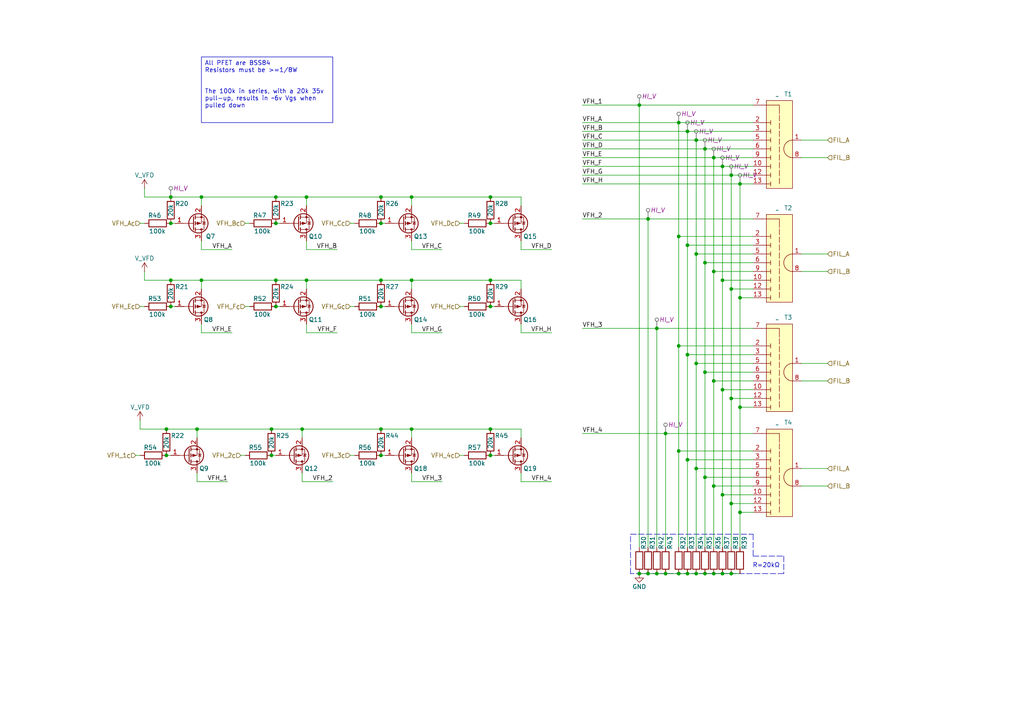
<source format=kicad_sch>
(kicad_sch (version 20250114) (generator "eeschema") (generator_version "9.0")
  (paper "A4")
  (title_block (title "IV-8 4x Driver") (date "2025-03-06") (rev "A1") (comment 1 "Jamal B."))
  (lib_symbols
    (symbol "Device:R" (pin_numbers (hide yes)) (pin_names (offset 0))
      (property "Reference" "R" (at 2.032 0 90))
      (property "Value" "R" (at 0 0 90))
      (symbol "R_0_1"
        (rectangle (start -1.016 -2.54) (end 1.016 2.54) (stroke (width 0.254)))
      )
      (symbol "R_1_1"
        (pin passive line (at 0 3.81 270) (length 1.27) (name "~") (number "1"))
        (pin passive line (at 0 -3.81 90) (length 1.27) (name "~") (number "2"))
      )
    )
    (symbol "ProjectSym:IV-8"
      (property "Reference" "T?" (at 3.556 15.24 0))
      (symbol "IV-8_1_1"
        (polyline (pts (xy -5.08 12.7) (xy 0 12.7) (xy 0 10.16)))
        (polyline (pts (xy -5.08 7.62) (xy -5.08 7.62)))
        (polyline (pts (xy -5.08 7.62) (xy -2.54 7.62)))
        (polyline (pts (xy -5.08 5.08) (xy -2.54 5.08)))
        (polyline (pts (xy -5.08 2.54) (xy -2.54 2.54)))
        (polyline (pts (xy -5.08 0) (xy -2.54 0)))
        (polyline (pts (xy -5.08 -2.54) (xy -2.54 -2.54)))
        (polyline (pts (xy -5.08 -5.08) (xy -2.54 -5.08)))
        (polyline (pts (xy -5.08 -7.62) (xy -2.54 -7.62)))
        (polyline (pts (xy -5.08 -10.16) (xy -2.54 -10.16)))
        (rectangle (start -3.81 13.97) (end 3.81 -11.43) (fill (type background)))
        (polyline (pts (xy -2.54 8.255) (xy -2.54 6.985)))
        (polyline (pts (xy -2.54 7.62) (xy -2.54 7.62)))
        (polyline (pts (xy -2.54 5.715) (xy -2.54 4.445)))
        (polyline (pts (xy -2.54 5.08) (xy -2.54 5.08)))
        (polyline (pts (xy -2.54 3.175) (xy -2.54 1.905)))
        (polyline (pts (xy -2.54 2.54) (xy -2.54 2.54)))
        (polyline (pts (xy -2.54 0.635) (xy -2.54 -0.635)))
        (polyline (pts (xy -2.54 0) (xy -2.54 0)))
        (polyline (pts (xy -2.54 -1.905) (xy -2.54 -3.175)))
        (polyline (pts (xy -2.54 -2.54) (xy -2.54 -2.54)))
        (polyline (pts (xy -2.54 -4.445) (xy -2.54 -5.715)))
        (polyline (pts (xy -2.54 -5.08) (xy -2.54 -5.08)))
        (polyline (pts (xy -2.54 -6.985) (xy -2.54 -8.255)))
        (polyline (pts (xy -2.54 -7.62) (xy -2.54 -7.62)))
        (polyline (pts (xy -2.54 -9.525) (xy -2.54 -10.795)))
        (polyline (pts (xy -2.54 -10.16) (xy -2.54 -10.16)))
        (polyline (pts (xy 0 -10.16) (xy 0 10.16)) (stroke (width 0) (type dash)))
        (arc (start 3.81 -2.54) (mid 1.27 0) (end 3.81 2.54))
        (pin input line (at -7.62 12.7 0) (length 2.54) (name "") (number "7"))
        (pin input line (at -7.62 7.62 0) (length 2.54) (name "") (number "2"))
        (pin input line (at -7.62 5.08 0) (length 2.54) (name "") (number "3"))
        (pin input line (at -7.62 2.54 0) (length 2.54) (name "") (number "5"))
        (pin input line (at -7.62 0 0) (length 2.54) (name "") (number "6"))
        (pin input line (at -7.62 -2.54 0) (length 2.54) (name "") (number "9"))
        (pin input line (at -7.62 -5.08 0) (length 2.54) (name "") (number "10"))
        (pin input line (at -7.62 -7.62 0) (length 2.54) (name "") (number "12"))
        (pin input line (at -7.62 -10.16 0) (length 2.54) (name "") (number "13"))
        (pin input line (at 6.35 2.54 180) (length 2.54) (name "") (number "1"))
        (pin input line (at 6.35 -2.54 180) (length 2.54) (name "") (number "8"))
      )
    )
    (symbol "Transistor_FET:BSS84" (pin_names (hide yes))
      (property "Reference" "Q" (at 5.08 1.905 0))
      (property "Value" "BSS84" (at 5.08 0 0))
      (symbol "BSS84_0_1"
        (polyline (pts (xy 0.254 1.905) (xy 0.254 -1.905)) (stroke (width 0.254)))
        (polyline (pts (xy 0.254 0) (xy -2.54 0)))
        (polyline (pts (xy 0.762 2.286) (xy 0.762 1.27)) (stroke (width 0.254)))
        (polyline (pts (xy 0.762 1.778) (xy 3.302 1.778) (xy 3.302 -1.778) (xy 0.762 -1.778)))
        (polyline (pts (xy 0.762 0.508) (xy 0.762 -0.508)) (stroke (width 0.254)))
        (polyline (pts (xy 0.762 -1.27) (xy 0.762 -2.286)) (stroke (width 0.254)))
        (circle (center 1.651 0) (radius 2.794) (stroke (width 0.254)))
        (polyline (pts (xy 2.286 0) (xy 1.27 0.381) (xy 1.27 -0.381) (xy 2.286 0)) (fill (type outline)))
        (polyline (pts (xy 2.54 2.54) (xy 2.54 1.778)))
        (circle (center 2.54 1.778) (radius 0.254) (fill (type outline)))
        (circle (center 2.54 -1.778) (radius 0.254) (fill (type outline)))
        (polyline (pts (xy 2.54 -2.54) (xy 2.54 0) (xy 0.762 0)))
        (polyline (pts (xy 2.794 -0.508) (xy 2.921 -0.381) (xy 3.683 -0.381) (xy 3.81 -0.254)))
        (polyline (pts (xy 3.302 -0.381) (xy 2.921 0.254) (xy 3.683 0.254) (xy 3.302 -0.381)))
      )
      (symbol "BSS84_1_1"
        (pin input line (at -5.08 0 0) (length 2.54) (name "G") (number "1"))
        (pin passive line (at 2.54 5.08 270) (length 2.54) (name "D") (number "3"))
        (pin passive line (at 2.54 -5.08 90) (length 2.54) (name "S") (number "2"))
      )
    )
    (symbol "power:GND" (power) (pin_numbers (hide yes)) (pin_names (offset 0) (hide yes))
      (property "Value" "GND" (at 0 -3.81 0))
      (symbol "GND_0_1"
        (polyline (pts (xy 0 0) (xy 0 -1.27) (xy 1.27 -1.27) (xy 0 -2.54) (xy -1.27 -1.27) (xy 0 -1.27)))
      )
      (symbol "GND_1_1"
        (pin power_in line (at 0 0 270) (length 0) (name "~") (number "1"))
      )
    )
    (symbol "power:VPP" (power) (pin_numbers (hide yes)) (pin_names (offset 0) (hide yes))
      (property "Value" "VPP" (at 0 3.556 0))
      (symbol "VPP_0_1"
        (polyline (pts (xy -0.762 1.27) (xy 0 2.54)))
        (polyline (pts (xy 0 2.54) (xy 0.762 1.27)))
        (polyline (pts (xy 0 0) (xy 0 2.54)))
      )
      (symbol "VPP_1_1"
        (pin power_in line (at 0 0 90) (length 0) (name "~") (number "1"))
      )
    )
  )
  (text "R=20kΩ" (at 222.25 164.084 0) (effects (font (size 1.27 1.27))))
  (text_box "All PFET are BSS84\nResistors must be >=1/8W\n\n\nThe 100k in series, with a 20k 35v pull-up, results in ~6v Vgs when pulled down" (at 58.42 16.51 0) (size 38.1 19.05) (margins 0.9525 0.9525 0.9525 0.9525) (effects (font (size 1.27 1.27)) (justify left top)))
  (junction (at 212.09 50.8))
  (junction (at 209.55 48.26))
  (junction (at 119.38 124.46))
  (junction (at 209.55 166.37))
  (junction (at 49.53 57.15))
  (junction (at 110.49 81.28))
  (junction (at 57.15 124.46))
  (junction (at 196.85 68.58))
  (junction (at 80.01 57.15))
  (junction (at 142.24 57.15))
  (junction (at 207.01 166.37))
  (junction (at 110.49 88.9))
  (junction (at 185.42 166.37))
  (junction (at 48.26 132.08))
  (junction (at 201.93 73.66))
  (junction (at 49.53 64.77))
  (junction (at 199.39 166.37))
  (junction (at 142.24 132.08))
  (junction (at 209.55 143.51))
  (junction (at 87.63 124.46))
  (junction (at 187.96 166.37))
  (junction (at 110.49 57.15))
  (junction (at 187.96 63.5))
  (junction (at 204.47 166.37))
  (junction (at 142.24 124.46))
  (junction (at 207.01 110.49))
  (junction (at 196.85 100.33))
  (junction (at 48.26 124.46))
  (junction (at 214.63 53.34))
  (junction (at 212.09 83.82))
  (junction (at 212.09 115.57))
  (junction (at 142.24 88.9))
  (junction (at 49.53 88.9))
  (junction (at 80.01 81.28))
  (junction (at 196.85 166.37))
  (junction (at 119.38 81.28))
  (junction (at 88.9 57.15))
  (junction (at 209.55 113.03))
  (junction (at 58.42 57.15))
  (junction (at 142.24 64.77))
  (junction (at 88.9 81.28))
  (junction (at 193.04 166.37))
  (junction (at 80.01 64.77))
  (junction (at 142.24 81.28))
  (junction (at 204.47 76.2))
  (junction (at 201.93 40.64))
  (junction (at 201.93 166.37))
  (junction (at 190.5 95.25))
  (junction (at 214.63 148.59))
  (junction (at 214.63 86.36))
  (junction (at 199.39 102.87))
  (junction (at 193.04 125.73))
  (junction (at 204.47 107.95))
  (junction (at 204.47 138.43))
  (junction (at 199.39 38.1))
  (junction (at 196.85 35.56))
  (junction (at 78.74 132.08))
  (junction (at 110.49 124.46))
  (junction (at 80.01 88.9))
  (junction (at 207.01 45.72))
  (junction (at 212.09 166.37))
  (junction (at 78.74 124.46))
  (junction (at 199.39 71.12))
  (junction (at 58.42 81.28))
  (junction (at 196.85 130.81))
  (junction (at 190.5 166.37))
  (junction (at 185.42 30.48))
  (junction (at 214.63 118.11))
  (junction (at 110.49 132.08))
  (junction (at 199.39 133.35))
  (junction (at 209.55 81.28))
  (junction (at 207.01 78.74))
  (junction (at 201.93 135.89))
  (junction (at 204.47 43.18))
  (junction (at 212.09 146.05))
  (junction (at 119.38 57.15))
  (junction (at 49.53 81.28))
  (junction (at 110.49 64.77))
  (junction (at 201.93 105.41))
  (junction (at 207.01 140.97))
  (wire (pts (xy 168.91 50.8) (xy 212.09 50.8)))
  (wire (pts (xy 209.55 113.03) (xy 218.44 113.03)))
  (wire (pts (xy 207.01 78.74) (xy 207.01 110.49)))
  (wire (pts (xy 41.91 54.61) (xy 41.91 57.15)))
  (polyline (pts (xy 182.88 166.37) (xy 182.88 154.94)) (stroke (width 0) (type dash)))
  (wire (pts (xy 212.09 115.57) (xy 212.09 146.05)))
  (wire (pts (xy 232.41 140.97) (xy 240.03 140.97)))
  (wire (pts (xy 142.24 88.9) (xy 143.51 88.9)))
  (wire (pts (xy 207.01 110.49) (xy 218.44 110.49)))
  (wire (pts (xy 58.42 57.15) (xy 80.01 57.15)))
  (wire (pts (xy 214.63 118.11) (xy 218.44 118.11)))
  (wire (pts (xy 214.63 86.36) (xy 218.44 86.36)))
  (wire (pts (xy 96.52 139.7) (xy 87.63 139.7)))
  (wire (pts (xy 119.38 124.46) (xy 119.38 127)))
  (wire (pts (xy 88.9 81.28) (xy 110.49 81.28)))
  (wire (pts (xy 142.24 124.46) (xy 151.13 124.46)))
  (wire (pts (xy 49.53 57.15) (xy 58.42 57.15)))
  (wire (pts (xy 151.13 96.52) (xy 151.13 93.98)))
  (wire (pts (xy 128.27 72.39) (xy 119.38 72.39)))
  (wire (pts (xy 48.26 124.46) (xy 57.15 124.46)))
  (wire (pts (xy 71.12 88.9) (xy 72.39 88.9)))
  (wire (pts (xy 80.01 57.15) (xy 88.9 57.15)))
  (wire (pts (xy 58.42 96.52) (xy 58.42 93.98)))
  (wire (pts (xy 168.91 40.64) (xy 201.93 40.64)))
  (wire (pts (xy 151.13 57.15) (xy 151.13 59.69)))
  (wire (pts (xy 207.01 110.49) (xy 207.01 140.97)))
  (wire (pts (xy 199.39 71.12) (xy 199.39 102.87)))
  (wire (pts (xy 209.55 143.51) (xy 209.55 158.75)))
  (wire (pts (xy 190.5 95.25) (xy 218.44 95.25)))
  (wire (pts (xy 190.5 166.37) (xy 193.04 166.37)))
  (wire (pts (xy 71.12 132.08) (xy 69.85 132.08)))
  (wire (pts (xy 143.51 132.08) (xy 142.24 132.08)))
  (polyline (pts (xy 227.33 161.29) (xy 227.33 166.37)) (stroke (width 0) (type dash)))
  (wire (pts (xy 58.42 81.28) (xy 58.42 83.82)))
  (wire (pts (xy 196.85 130.81) (xy 196.85 158.75)))
  (wire (pts (xy 214.63 148.59) (xy 218.44 148.59)))
  (wire (pts (xy 214.63 53.34) (xy 214.63 86.36)))
  (wire (pts (xy 212.09 50.8) (xy 218.44 50.8)))
  (wire (pts (xy 204.47 166.37) (xy 207.01 166.37)))
  (wire (pts (xy 119.38 81.28) (xy 142.24 81.28)))
  (wire (pts (xy 185.42 30.48) (xy 185.42 158.75)))
  (wire (pts (xy 196.85 130.81) (xy 218.44 130.81)))
  (wire (pts (xy 41.91 57.15) (xy 49.53 57.15)))
  (wire (pts (xy 232.41 45.72) (xy 240.03 45.72)))
  (wire (pts (xy 201.93 40.64) (xy 201.93 73.66)))
  (wire (pts (xy 110.49 57.15) (xy 119.38 57.15)))
  (wire (pts (xy 196.85 100.33) (xy 196.85 130.81)))
  (wire (pts (xy 80.01 81.28) (xy 88.9 81.28)))
  (wire (pts (xy 168.91 35.56) (xy 196.85 35.56)))
  (wire (pts (xy 214.63 86.36) (xy 214.63 118.11)))
  (wire (pts (xy 58.42 57.15) (xy 58.42 59.69)))
  (wire (pts (xy 204.47 107.95) (xy 218.44 107.95)))
  (wire (pts (xy 119.38 57.15) (xy 142.24 57.15)))
  (wire (pts (xy 232.41 105.41) (xy 240.03 105.41)))
  (wire (pts (xy 142.24 64.77) (xy 143.51 64.77)))
  (wire (pts (xy 214.63 53.34) (xy 218.44 53.34)))
  (wire (pts (xy 49.53 88.9) (xy 50.8 88.9)))
  (wire (pts (xy 110.49 124.46) (xy 119.38 124.46)))
  (wire (pts (xy 160.02 139.7) (xy 151.13 139.7)))
  (wire (pts (xy 128.27 139.7) (xy 119.38 139.7)))
  (wire (pts (xy 101.6 88.9) (xy 102.87 88.9)))
  (wire (pts (xy 209.55 81.28) (xy 218.44 81.28)))
  (wire (pts (xy 119.38 124.46) (xy 142.24 124.46)))
  (wire (pts (xy 196.85 35.56) (xy 218.44 35.56)))
  (wire (pts (xy 49.53 132.08) (xy 48.26 132.08)))
  (wire (pts (xy 41.91 78.74) (xy 41.91 81.28)))
  (wire (pts (xy 199.39 71.12) (xy 218.44 71.12)))
  (wire (pts (xy 232.41 135.89) (xy 240.03 135.89)))
  (wire (pts (xy 110.49 64.77) (xy 111.76 64.77)))
  (wire (pts (xy 196.85 166.37) (xy 199.39 166.37)))
  (wire (pts (xy 78.74 124.46) (xy 87.63 124.46)))
  (wire (pts (xy 87.63 124.46) (xy 87.63 127)))
  (wire (pts (xy 87.63 139.7) (xy 87.63 137.16)))
  (wire (pts (xy 88.9 72.39) (xy 88.9 69.85)))
  (wire (pts (xy 187.96 63.5) (xy 187.96 158.75)))
  (wire (pts (xy 185.42 30.48) (xy 218.44 30.48)))
  (wire (pts (xy 66.04 139.7) (xy 57.15 139.7)))
  (wire (pts (xy 201.93 40.64) (xy 218.44 40.64)))
  (wire (pts (xy 199.39 38.1) (xy 199.39 71.12)))
  (wire (pts (xy 232.41 40.64) (xy 240.03 40.64)))
  (wire (pts (xy 190.5 95.25) (xy 190.5 158.75)))
  (wire (pts (xy 212.09 83.82) (xy 212.09 115.57)))
  (wire (pts (xy 199.39 133.35) (xy 199.39 158.75)))
  (wire (pts (xy 207.01 45.72) (xy 218.44 45.72)))
  (wire (pts (xy 102.87 132.08) (xy 101.6 132.08)))
  (wire (pts (xy 119.38 57.15) (xy 119.38 59.69)))
  (wire (pts (xy 119.38 72.39) (xy 119.38 69.85)))
  (wire (pts (xy 199.39 38.1) (xy 218.44 38.1)))
  (wire (pts (xy 209.55 48.26) (xy 209.55 81.28)))
  (wire (pts (xy 212.09 50.8) (xy 212.09 83.82)))
  (wire (pts (xy 168.91 30.48) (xy 185.42 30.48)))
  (wire (pts (xy 201.93 135.89) (xy 201.93 158.75)))
  (polyline (pts (xy 227.33 166.37) (xy 182.88 166.37)) (stroke (width 0) (type dash)))
  (wire (pts (xy 168.91 63.5) (xy 187.96 63.5)))
  (wire (pts (xy 207.01 45.72) (xy 207.01 78.74)))
  (wire (pts (xy 101.6 64.77) (xy 102.87 64.77)))
  (wire (pts (xy 80.01 64.77) (xy 81.28 64.77)))
  (wire (pts (xy 40.64 124.46) (xy 48.26 124.46)))
  (wire (pts (xy 187.96 63.5) (xy 218.44 63.5)))
  (wire (pts (xy 40.64 121.92) (xy 40.64 124.46)))
  (wire (pts (xy 142.24 57.15) (xy 151.13 57.15)))
  (wire (pts (xy 204.47 138.43) (xy 204.47 158.75)))
  (wire (pts (xy 133.35 88.9) (xy 134.62 88.9)))
  (wire (pts (xy 232.41 110.49) (xy 240.03 110.49)))
  (wire (pts (xy 209.55 81.28) (xy 209.55 113.03)))
  (wire (pts (xy 196.85 100.33) (xy 218.44 100.33)))
  (wire (pts (xy 196.85 68.58) (xy 218.44 68.58)))
  (wire (pts (xy 57.15 139.7) (xy 57.15 137.16)))
  (wire (pts (xy 40.64 88.9) (xy 41.91 88.9)))
  (wire (pts (xy 142.24 81.28) (xy 151.13 81.28)))
  (wire (pts (xy 67.31 96.52) (xy 58.42 96.52)))
  (wire (pts (xy 199.39 102.87) (xy 218.44 102.87)))
  (wire (pts (xy 151.13 81.28) (xy 151.13 83.82)))
  (wire (pts (xy 110.49 81.28) (xy 119.38 81.28)))
  (wire (pts (xy 212.09 166.37) (xy 214.63 166.37)))
  (wire (pts (xy 199.39 102.87) (xy 199.39 133.35)))
  (wire (pts (xy 232.41 73.66) (xy 240.03 73.66)))
  (wire (pts (xy 209.55 113.03) (xy 209.55 143.51)))
  (wire (pts (xy 80.01 88.9) (xy 81.28 88.9)))
  (polyline (pts (xy 218.44 154.94) (xy 218.44 161.29)) (stroke (width 0) (type dash)))
  (wire (pts (xy 201.93 73.66) (xy 201.93 105.41)))
  (wire (pts (xy 204.47 43.18) (xy 204.47 76.2)))
  (wire (pts (xy 71.12 64.77) (xy 72.39 64.77)))
  (wire (pts (xy 88.9 57.15) (xy 110.49 57.15)))
  (wire (pts (xy 214.63 148.59) (xy 214.63 158.75)))
  (wire (pts (xy 110.49 88.9) (xy 111.76 88.9)))
  (wire (pts (xy 204.47 76.2) (xy 204.47 107.95)))
  (wire (pts (xy 49.53 64.77) (xy 50.8 64.77)))
  (wire (pts (xy 88.9 96.52) (xy 88.9 93.98)))
  (wire (pts (xy 168.91 125.73) (xy 193.04 125.73)))
  (wire (pts (xy 168.91 45.72) (xy 207.01 45.72)))
  (wire (pts (xy 201.93 105.41) (xy 201.93 135.89)))
  (wire (pts (xy 201.93 73.66) (xy 218.44 73.66)))
  (wire (pts (xy 204.47 76.2) (xy 218.44 76.2)))
  (wire (pts (xy 119.38 81.28) (xy 119.38 83.82)))
  (wire (pts (xy 58.42 72.39) (xy 58.42 69.85)))
  (wire (pts (xy 209.55 166.37) (xy 212.09 166.37)))
  (wire (pts (xy 119.38 139.7) (xy 119.38 137.16)))
  (wire (pts (xy 209.55 48.26) (xy 218.44 48.26)))
  (wire (pts (xy 199.39 166.37) (xy 201.93 166.37)))
  (polyline (pts (xy 182.88 154.94) (xy 218.44 154.94)) (stroke (width 0) (type dash)))
  (wire (pts (xy 209.55 143.51) (xy 218.44 143.51)))
  (wire (pts (xy 40.64 64.77) (xy 41.91 64.77)))
  (wire (pts (xy 204.47 138.43) (xy 218.44 138.43)))
  (wire (pts (xy 193.04 166.37) (xy 196.85 166.37)))
  (wire (pts (xy 185.42 166.37) (xy 187.96 166.37)))
  (wire (pts (xy 207.01 140.97) (xy 207.01 158.75)))
  (wire (pts (xy 204.47 43.18) (xy 218.44 43.18)))
  (wire (pts (xy 207.01 166.37) (xy 209.55 166.37)))
  (wire (pts (xy 168.91 53.34) (xy 214.63 53.34)))
  (wire (pts (xy 97.79 72.39) (xy 88.9 72.39)))
  (wire (pts (xy 151.13 139.7) (xy 151.13 137.16)))
  (wire (pts (xy 212.09 83.82) (xy 218.44 83.82)))
  (wire (pts (xy 111.76 132.08) (xy 110.49 132.08)))
  (wire (pts (xy 201.93 166.37) (xy 204.47 166.37)))
  (wire (pts (xy 196.85 35.56) (xy 196.85 68.58)))
  (wire (pts (xy 232.41 78.74) (xy 240.03 78.74)))
  (wire (pts (xy 212.09 146.05) (xy 218.44 146.05)))
  (wire (pts (xy 87.63 124.46) (xy 110.49 124.46)))
  (wire (pts (xy 67.31 72.39) (xy 58.42 72.39)))
  (wire (pts (xy 41.91 81.28) (xy 49.53 81.28)))
  (wire (pts (xy 168.91 95.25) (xy 190.5 95.25)))
  (wire (pts (xy 160.02 72.39) (xy 151.13 72.39)))
  (wire (pts (xy 40.64 132.08) (xy 39.37 132.08)))
  (wire (pts (xy 88.9 57.15) (xy 88.9 59.69)))
  (wire (pts (xy 151.13 72.39) (xy 151.13 69.85)))
  (wire (pts (xy 133.35 64.77) (xy 134.62 64.77)))
  (wire (pts (xy 201.93 105.41) (xy 218.44 105.41)))
  (wire (pts (xy 57.15 124.46) (xy 78.74 124.46)))
  (wire (pts (xy 207.01 140.97) (xy 218.44 140.97)))
  (polyline (pts (xy 218.44 161.29) (xy 227.33 161.29)) (stroke (width 0) (type dash)))
  (wire (pts (xy 207.01 78.74) (xy 218.44 78.74)))
  (wire (pts (xy 134.62 132.08) (xy 133.35 132.08)))
  (wire (pts (xy 199.39 133.35) (xy 218.44 133.35)))
  (wire (pts (xy 151.13 124.46) (xy 151.13 127)))
  (wire (pts (xy 119.38 96.52) (xy 119.38 93.98)))
  (wire (pts (xy 49.53 81.28) (xy 58.42 81.28)))
  (wire (pts (xy 196.85 68.58) (xy 196.85 100.33)))
  (wire (pts (xy 57.15 124.46) (xy 57.15 127)))
  (wire (pts (xy 201.93 135.89) (xy 218.44 135.89)))
  (wire (pts (xy 204.47 107.95) (xy 204.47 138.43)))
  (wire (pts (xy 212.09 146.05) (xy 212.09 158.75)))
  (wire (pts (xy 80.01 132.08) (xy 78.74 132.08)))
  (wire (pts (xy 168.91 48.26) (xy 209.55 48.26)))
  (wire (pts (xy 214.63 118.11) (xy 214.63 148.59)))
  (wire (pts (xy 128.27 96.52) (xy 119.38 96.52)))
  (wire (pts (xy 168.91 38.1) (xy 199.39 38.1)))
  (wire (pts (xy 88.9 81.28) (xy 88.9 83.82)))
  (wire (pts (xy 160.02 96.52) (xy 151.13 96.52)))
  (wire (pts (xy 58.42 81.28) (xy 80.01 81.28)))
  (wire (pts (xy 168.91 43.18) (xy 204.47 43.18)))
  (wire (pts (xy 97.79 96.52) (xy 88.9 96.52)))
  (wire (pts (xy 193.04 125.73) (xy 218.44 125.73)))
  (wire (pts (xy 212.09 115.57) (xy 218.44 115.57)))
  (wire (pts (xy 187.96 166.37) (xy 190.5 166.37)))
  (wire (pts (xy 193.04 125.73) (xy 193.04 158.75)))
  (label "VFH_2" (at 168.91 63.5 0))
  (label "VFH_E" (at 168.91 45.72 0))
  (label "VFH_G" (at 128.27 96.52 180))
  (label "VFH_C" (at 168.91 40.64 0))
  (label "VFH_A" (at 168.91 35.56 0))
  (label "VFH_1" (at 66.04 139.7 180))
  (label "VFH_D" (at 160.02 72.39 180))
  (label "VFH_B" (at 168.91 38.1 0))
  (label "VFH_G" (at 168.91 50.8 0))
  (label "VFH_4" (at 160.02 139.7 180))
  (label "VFH_B" (at 97.79 72.39 180))
  (label "VFH_4" (at 168.91 125.73 0))
  (label "VFH_F" (at 97.79 96.52 180))
  (label "VFH_3" (at 168.91 95.25 0))
  (label "VFH_A" (at 67.31 72.39 180))
  (label "VFH_F" (at 168.91 48.26 0))
  (label "VFH_2" (at 96.52 139.7 180))
  (label "VFH_E" (at 67.31 96.52 180))
  (label "VFH_D" (at 168.91 43.18 0))
  (label "VFH_3" (at 128.27 139.7 180))
  (label "VFH_1" (at 168.91 30.48 0))
  (label "VFH_C" (at 128.27 72.39 180))
  (label "VFH_H" (at 160.02 96.52 180))
  (label "VFH_H" (at 168.91 53.34 0))
  (hierarchical_label "VFH_2_{C}" (shape input) (at 69.85 132.08 180))
  (hierarchical_label "VFH_G_{C}" (shape input) (at 101.6 88.9 180))
  (hierarchical_label "VFH_1_{C}" (shape input) (at 39.37 132.08 180))
  (hierarchical_label "VFH_B_{C}" (shape input) (at 71.12 64.77 180))
  (hierarchical_label "FIL_A" (shape input) (at 240.03 40.64 0))
  (hierarchical_label "FIL_A" (shape input) (at 240.03 135.89 0))
  (hierarchical_label "FIL_B" (shape input) (at 240.03 140.97 0))
  (hierarchical_label "VFH_C_{C}" (shape input) (at 101.6 64.77 180))
  (hierarchical_label "FIL_B" (shape input) (at 240.03 110.49 0))
  (hierarchical_label "VFH_F_{C}" (shape input) (at 71.12 88.9 180))
  (hierarchical_label "VFH_D_{C}" (shape input) (at 133.35 64.77 180))
  (hierarchical_label "VFH_3_{C}" (shape input) (at 101.6 132.08 180))
  (hierarchical_label "FIL_B" (shape input) (at 240.03 78.74 0))
  (hierarchical_label "FIL_A" (shape input) (at 240.03 105.41 0))
  (hierarchical_label "VFH_H_{C}" (shape input) (at 133.35 88.9 180))
  (hierarchical_label "VFH_A_{C}" (shape input) (at 40.64 64.77 180))
  (hierarchical_label "FIL_B" (shape input) (at 240.03 45.72 0))
  (hierarchical_label "VFH_E_{C}" (shape input) (at 40.64 88.9 180))
  (hierarchical_label "VFH_4_{C}" (shape input) (at 133.35 132.08 180))
  (hierarchical_label "FIL_A" (shape input) (at 240.03 73.66 0))
  (netclass_flag "" (length 2.54) (shape round) (at 193.04 125.73 0) (property "Netclass" "HI_V" (at 193.7385 123.19 0) (effects (font (italic yes)) (justify left))))
  (netclass_flag "" (length 2.54) (shape round) (at 212.09 50.8 0) (property "Netclass" "HI_V" (at 212.7885 48.26 0) (effects (font (italic yes)) (justify left))))
  (netclass_flag "" (length 2.54) (shape round) (at 199.39 38.1 0) (property "Netclass" "HI_V" (at 200.0885 35.56 0) (effects (font (italic yes)) (justify left))))
  (netclass_flag "" (length 2.54) (shape round) (at 204.47 43.18 0) (property "Netclass" "HI_V" (at 205.1685 40.64 0) (effects (font (italic yes)) (justify left))))
  (netclass_flag "" (length 2.54) (shape round) (at 196.85 35.56 0) (property "Netclass" "HI_V" (at 197.5485 33.02 0) (effects (font (italic yes)) (justify left))))
  (netclass_flag "" (length 2.54) (shape round) (at 201.93 40.64 0) (property "Netclass" "HI_V" (at 202.6285 38.1 0) (effects (font (italic yes)) (justify left))))
  (netclass_flag "" (length 2.54) (shape round) (at 207.01 45.72 0) (property "Netclass" "HI_V" (at 207.7085 43.18 0) (effects (font (italic yes)) (justify left))))
  (netclass_flag "" (length 2.54) (shape round) (at 214.63 53.34 0) (property "Netclass" "HI_V" (at 215.3285 50.8 0) (effects (font (italic yes)) (justify left))))
  (netclass_flag "" (length 2.54) (shape round) (at 190.5 95.25 0) (property "Netclass" "HI_V" (at 191.1985 92.71 0) (effects (font (italic yes)) (justify left))))
  (netclass_flag "" (length 2.54) (shape round) (at 187.96 63.5 0) (property "Netclass" "HI_V" (at 188.6585 60.96 0) (effects (font (italic yes)) (justify left))))
  (netclass_flag "" (length 2.54) (shape round) (at 209.55 48.26 0) (property "Netclass" "HI_V" (at 210.2485 45.72 0) (effects (font (italic yes)) (justify left))))
  (netclass_flag "" (length 2.54) (shape round) (at 49.53 57.15 0) (property "Netclass" "HI_V" (at 50.2285 54.61 0) (effects (font (italic yes)) (justify left))))
  (netclass_flag "" (length 2.54) (shape round) (at 185.42 30.48 0) (property "Netclass" "HI_V" (at 186.1185 27.94 0) (effects (font (italic yes)) (justify left))))
  (symbol (lib_id "Device:R") (at 187.96 162.56 180) (unit 1)
    (property "Reference" "R31" (at 189.23 159.385 90) (effects (justify right)))
    (property "Value" "20k" (effects (hide yes)))
    (property "Footprint" "Resistor_SMD:R_0805_2012Metric" (effects (hide yes)))
    (property "Description" "Resistor" (effects (hide yes)))
  )
  (symbol (lib_id "power:VPP") (at 41.91 54.61 0) (unit 1)
    (property "Reference" "#PWR032" (effects (hide yes)))
    (property "Value" "V_VFD" (at 41.91 50.8 0))
    (property "Description" "Power symbol creates a global label with name \"VPP\"" (effects (hide yes)))
  )
  (symbol (lib_id "Transistor_FET:BSS84") (at 148.59 88.9 0) (mirror x) (unit 1)
    (property "Reference" "Q16" (at 151.765 92.71 0) (effects (justify left)))
    (property "Value" "BSS84" (effects (hide yes)))
    (property "Footprint" "Package_TO_SOT_SMD:SOT-23" (effects (hide yes)))
    (property "Datasheet" "http://assets.nexperia.com/documents/data-sheet/BSS84.pdf" (effects (hide yes)))
    (property "Description" "-0.13A Id, -50V Vds, P-Channel MOSFET, SOT-23" (effects (hide yes)))
  )
  (symbol (lib_id "Transistor_FET:BSS84") (at 148.59 64.77 0) (mirror x) (unit 1)
    (property "Reference" "Q15" (at 151.765 68.58 0) (effects (justify left)))
    (property "Value" "BSS84" (effects (hide yes)))
    (property "Footprint" "Package_TO_SOT_SMD:SOT-23" (effects (hide yes)))
    (property "Datasheet" "http://assets.nexperia.com/documents/data-sheet/BSS84.pdf" (effects (hide yes)))
    (property "Description" "-0.13A Id, -50V Vds, P-Channel MOSFET, SOT-23" (effects (hide yes)))
  )
  (symbol (lib_id "power:GND") (at 185.42 166.37 0) (unit 1)
    (property "Reference" "#PWR035" (effects (hide yes)))
    (property "Value" "GND" (at 185.42 170.18 0))
    (property "Description" "Power symbol creates a global label with name \"GND\" , ground" (effects (hide yes)))
  )
  (symbol (lib_id "Transistor_FET:BSS84") (at 54.61 132.08 0) (mirror x) (unit 1)
    (property "Reference" "Q9" (at 57.785 135.89 0) (effects (justify left)))
    (property "Value" "BSS84" (effects (hide yes)))
    (property "Footprint" "Package_TO_SOT_SMD:SOT-23" (effects (hide yes)))
    (property "Datasheet" "http://assets.nexperia.com/documents/data-sheet/BSS84.pdf" (effects (hide yes)))
    (property "Description" "-0.13A Id, -50V Vds, P-Channel MOSFET, SOT-23" (effects (hide yes)))
  )
  (symbol (lib_id "Device:R") (at 80.01 85.09 180) (unit 1)
    (property "Reference" "R24" (at 81.28 83.185 0) (effects (justify right)))
    (property "Value" "20k" (at 80.01 86.995 90) (effects (justify right)))
    (property "Footprint" "Resistor_SMD:R_0805_2012Metric" (effects (hide yes)))
    (property "Description" "Resistor" (effects (hide yes)))
  )
  (symbol (lib_id "Device:R") (at 106.68 132.08 270) (unit 1)
    (property "Reference" "R56" (at 103.886 129.794 90) (effects (justify left)))
    (property "Value" "100k" (at 104.14 134.366 90) (effects (justify left)))
    (property "Footprint" "Resistor_SMD:R_0805_2012Metric" (effects (hide yes)))
    (property "Description" "Resistor" (effects (hide yes)))
  )
  (symbol (lib_id "Device:R") (at 76.2 64.77 270) (unit 1)
    (property "Reference" "R47" (at 73.406 62.484 90) (effects (justify left)))
    (property "Value" "100k" (at 73.66 67.056 90) (effects (justify left)))
    (property "Footprint" "Resistor_SMD:R_0805_2012Metric" (effects (hide yes)))
    (property "Description" "Resistor" (effects (hide yes)))
  )
  (symbol (lib_id "Device:R") (at 44.45 132.08 270) (unit 1)
    (property "Reference" "R54" (at 41.656 129.794 90) (effects (justify left)))
    (property "Value" "100k" (at 41.91 134.366 90) (effects (justify left)))
    (property "Footprint" "Resistor_SMD:R_0805_2012Metric" (effects (hide yes)))
    (property "Description" "Resistor" (effects (hide yes)))
  )
  (symbol (lib_id "ProjectSym:IV-8") (at 226.06 107.95 0) (unit 1)
    (property "Reference" "T3" (at 228.6 92.075 0))
    (property "Value" "~" (at 225.425 92.71 0))
    (property "Footprint" "ProjectFoot:IV-8 Adapter" (effects (hide yes)))
  )
  (symbol (lib_id "Transistor_FET:BSS84") (at 116.84 64.77 0) (mirror x) (unit 1)
    (property "Reference" "Q13" (at 120.015 68.58 0) (effects (justify left)))
    (property "Value" "BSS84" (effects (hide yes)))
    (property "Footprint" "Package_TO_SOT_SMD:SOT-23" (effects (hide yes)))
    (property "Datasheet" "http://assets.nexperia.com/documents/data-sheet/BSS84.pdf" (effects (hide yes)))
    (property "Description" "-0.13A Id, -50V Vds, P-Channel MOSFET, SOT-23" (effects (hide yes)))
  )
  (symbol (lib_id "Device:R") (at 142.24 60.96 180) (unit 1)
    (property "Reference" "R28" (at 143.51 59.055 0) (effects (justify right)))
    (property "Value" "20k" (at 142.24 62.865 90) (effects (justify right)))
    (property "Footprint" "Resistor_SMD:R_0805_2012Metric" (effects (hide yes)))
    (property "Description" "Resistor" (effects (hide yes)))
  )
  (symbol (lib_id "Device:R") (at 199.39 162.56 180) (unit 1)
    (property "Reference" "R33" (at 200.66 159.385 90) (effects (justify right)))
    (property "Value" "20k" (effects (hide yes)))
    (property "Footprint" "Resistor_SMD:R_0805_2012Metric" (effects (hide yes)))
    (property "Description" "Resistor" (effects (hide yes)))
  )
  (symbol (lib_id "Device:R") (at 110.49 60.96 180) (unit 1)
    (property "Reference" "R26" (at 111.76 59.055 0) (effects (justify right)))
    (property "Value" "20k" (at 110.49 62.865 90) (effects (justify right)))
    (property "Footprint" "Resistor_SMD:R_0805_2012Metric" (effects (hide yes)))
    (property "Description" "Resistor" (effects (hide yes)))
  )
  (symbol (lib_id "power:VPP") (at 41.91 78.74 0) (unit 1)
    (property "Reference" "#PWR033" (effects (hide yes)))
    (property "Value" "V_VFD" (at 41.91 74.93 0))
    (property "Description" "Power symbol creates a global label with name \"VPP\"" (effects (hide yes)))
  )
  (symbol (lib_id "Device:R") (at 196.85 162.56 180) (unit 1)
    (property "Reference" "R32" (at 198.12 159.385 90) (effects (justify right)))
    (property "Value" "20k" (effects (hide yes)))
    (property "Footprint" "Resistor_SMD:R_0805_2012Metric" (effects (hide yes)))
    (property "Description" "Resistor" (effects (hide yes)))
  )
  (symbol (lib_id "Transistor_FET:BSS84") (at 86.36 88.9 0) (mirror x) (unit 1)
    (property "Reference" "Q11" (at 89.535 92.71 0) (effects (justify left)))
    (property "Value" "BSS84" (effects (hide yes)))
    (property "Footprint" "Package_TO_SOT_SMD:SOT-23" (effects (hide yes)))
    (property "Datasheet" "http://assets.nexperia.com/documents/data-sheet/BSS84.pdf" (effects (hide yes)))
    (property "Description" "-0.13A Id, -50V Vds, P-Channel MOSFET, SOT-23" (effects (hide yes)))
  )
  (symbol (lib_id "Transistor_FET:BSS84") (at 55.88 64.77 0) (mirror x) (unit 1)
    (property "Reference" "Q7" (at 59.69 68.58 0) (effects (justify left)))
    (property "Value" "BSS84" (effects (hide yes)))
    (property "Footprint" "Package_TO_SOT_SMD:SOT-23" (effects (hide yes)))
    (property "Datasheet" "http://assets.nexperia.com/documents/data-sheet/BSS84.pdf" (effects (hide yes)))
    (property "Description" "-0.13A Id, -50V Vds, P-Channel MOSFET, SOT-23" (effects (hide yes)))
  )
  (symbol (lib_id "Device:R") (at 78.74 128.27 180) (unit 1)
    (property "Reference" "R25" (at 80.01 126.365 0) (effects (justify right)))
    (property "Value" "20k" (at 78.74 130.175 90) (effects (justify right)))
    (property "Footprint" "Resistor_SMD:R_0805_2012Metric" (effects (hide yes)))
    (property "Description" "Resistor" (effects (hide yes)))
  )
  (symbol (lib_id "Device:R") (at 45.72 64.77 270) (unit 1)
    (property "Reference" "R46" (at 42.926 62.484 90) (effects (justify left)))
    (property "Value" "100k" (at 43.18 67.056 90) (effects (justify left)))
    (property "Footprint" "Resistor_SMD:R_0805_2012Metric" (effects (hide yes)))
    (property "Description" "Resistor" (effects (hide yes)))
  )
  (symbol (lib_id "Device:R") (at 193.04 162.56 180) (unit 1)
    (property "Reference" "R43" (at 194.31 159.385 90) (effects (justify right)))
    (property "Value" "20k" (effects (hide yes)))
    (property "Footprint" "Resistor_SMD:R_0805_2012Metric" (effects (hide yes)))
    (property "Description" "Resistor" (effects (hide yes)))
  )
  (symbol (lib_id "Device:R") (at 80.01 60.96 180) (unit 1)
    (property "Reference" "R23" (at 81.28 59.055 0) (effects (justify right)))
    (property "Value" "20k" (at 80.01 62.865 90) (effects (justify right)))
    (property "Footprint" "Resistor_SMD:R_0805_2012Metric" (effects (hide yes)))
    (property "Description" "Resistor" (effects (hide yes)))
  )
  (symbol (lib_id "Device:R") (at 207.01 162.56 180) (unit 1)
    (property "Reference" "R36" (at 208.28 159.385 90) (effects (justify right)))
    (property "Value" "20k" (effects (hide yes)))
    (property "Footprint" "Resistor_SMD:R_0805_2012Metric" (effects (hide yes)))
    (property "Description" "Resistor" (effects (hide yes)))
  )
  (symbol (lib_id "Device:R") (at 110.49 85.09 180) (unit 1)
    (property "Reference" "R27" (at 111.76 83.185 0) (effects (justify right)))
    (property "Value" "20k" (at 110.49 86.995 90) (effects (justify right)))
    (property "Footprint" "Resistor_SMD:R_0805_2012Metric" (effects (hide yes)))
    (property "Description" "Resistor" (effects (hide yes)))
  )
  (symbol (lib_id "Device:R") (at 138.43 64.77 270) (unit 1)
    (property "Reference" "R49" (at 135.636 62.484 90) (effects (justify left)))
    (property "Value" "100k" (at 135.89 67.056 90) (effects (justify left)))
    (property "Footprint" "Resistor_SMD:R_0805_2012Metric" (effects (hide yes)))
    (property "Description" "Resistor" (effects (hide yes)))
  )
  (symbol (lib_id "ProjectSym:IV-8") (at 226.06 138.43 0) (unit 1)
    (property "Reference" "T4" (at 228.6 122.555 0))
    (property "Value" "~" (at 225.425 123.19 0))
    (property "Footprint" "ProjectFoot:IV-8 Adapter" (effects (hide yes)))
  )
  (symbol (lib_id "Device:R") (at 212.09 162.56 180) (unit 1)
    (property "Reference" "R38" (at 213.36 159.385 90) (effects (justify right)))
    (property "Value" "20k" (effects (hide yes)))
    (property "Footprint" "Resistor_SMD:R_0805_2012Metric" (effects (hide yes)))
    (property "Description" "Resistor" (effects (hide yes)))
  )
  (symbol (lib_id "Device:R") (at 49.53 85.09 180) (unit 1)
    (property "Reference" "R21" (at 50.8 83.185 0) (effects (justify right)))
    (property "Value" "20k" (at 49.53 86.995 90) (effects (justify right)))
    (property "Footprint" "Resistor_SMD:R_0805_2012Metric" (effects (hide yes)))
    (property "Description" "Resistor" (effects (hide yes)))
  )
  (symbol (lib_id "Device:R") (at 45.72 88.9 270) (unit 1)
    (property "Reference" "R53" (at 42.926 86.614 90) (effects (justify left)))
    (property "Value" "100k" (at 43.18 91.186 90) (effects (justify left)))
    (property "Footprint" "Resistor_SMD:R_0805_2012Metric" (effects (hide yes)))
    (property "Description" "Resistor" (effects (hide yes)))
  )
  (symbol (lib_id "Device:R") (at 74.93 132.08 270) (unit 1)
    (property "Reference" "R55" (at 72.136 129.794 90) (effects (justify left)))
    (property "Value" "100k" (at 72.39 134.366 90) (effects (justify left)))
    (property "Footprint" "Resistor_SMD:R_0805_2012Metric" (effects (hide yes)))
    (property "Description" "Resistor" (effects (hide yes)))
  )
  (symbol (lib_id "Transistor_FET:BSS84") (at 116.84 88.9 0) (mirror x) (unit 1)
    (property "Reference" "Q14" (at 120.015 92.71 0) (effects (justify left)))
    (property "Value" "BSS84" (effects (hide yes)))
    (property "Footprint" "Package_TO_SOT_SMD:SOT-23" (effects (hide yes)))
    (property "Datasheet" "http://assets.nexperia.com/documents/data-sheet/BSS84.pdf" (effects (hide yes)))
    (property "Description" "-0.13A Id, -50V Vds, P-Channel MOSFET, SOT-23" (effects (hide yes)))
  )
  (symbol (lib_id "Device:R") (at 209.55 162.56 180) (unit 1)
    (property "Reference" "R37" (at 210.82 159.385 90) (effects (justify right)))
    (property "Value" "20k" (effects (hide yes)))
    (property "Footprint" "Resistor_SMD:R_0805_2012Metric" (effects (hide yes)))
    (property "Description" "Resistor" (effects (hide yes)))
  )
  (symbol (lib_id "Device:R") (at 48.26 128.27 180) (unit 1)
    (property "Reference" "R22" (at 49.53 126.365 0) (effects (justify right)))
    (property "Value" "20k" (at 48.26 130.175 90) (effects (justify right)))
    (property "Footprint" "Resistor_SMD:R_0805_2012Metric" (effects (hide yes)))
    (property "Description" "Resistor" (effects (hide yes)))
  )
  (symbol (lib_id "Device:R") (at 76.2 88.9 270) (unit 1)
    (property "Reference" "R52" (at 73.406 86.614 90) (effects (justify left)))
    (property "Value" "100k" (at 73.66 91.186 90) (effects (justify left)))
    (property "Footprint" "Resistor_SMD:R_0805_2012Metric" (effects (hide yes)))
    (property "Description" "Resistor" (effects (hide yes)))
  )
  (symbol (lib_id "Transistor_FET:BSS84") (at 116.84 132.08 0) (mirror x) (unit 1)
    (property "Reference" "Q18" (at 120.015 135.89 0) (effects (justify left)))
    (property "Value" "BSS84" (effects (hide yes)))
    (property "Footprint" "Package_TO_SOT_SMD:SOT-23" (effects (hide yes)))
    (property "Datasheet" "http://assets.nexperia.com/documents/data-sheet/BSS84.pdf" (effects (hide yes)))
    (property "Description" "-0.13A Id, -50V Vds, P-Channel MOSFET, SOT-23" (effects (hide yes)))
  )
  (symbol (lib_id "Device:R") (at 214.63 162.56 180) (unit 1)
    (property "Reference" "R39" (at 215.9 159.385 90) (effects (justify right)))
    (property "Value" "20k" (effects (hide yes)))
    (property "Footprint" "Resistor_SMD:R_0805_2012Metric" (effects (hide yes)))
    (property "Description" "Resistor" (effects (hide yes)))
  )
  (symbol (lib_id "Device:R") (at 110.49 128.27 180) (unit 1)
    (property "Reference" "R44" (at 111.76 126.365 0) (effects (justify right)))
    (property "Value" "20k" (at 110.49 130.175 90) (effects (justify right)))
    (property "Footprint" "Resistor_SMD:R_0805_2012Metric" (effects (hide yes)))
    (property "Description" "Resistor" (effects (hide yes)))
  )
  (symbol (lib_id "ProjectSym:IV-8") (at 226.06 76.2 0) (unit 1)
    (property "Reference" "T2" (at 228.6 60.325 0))
    (property "Value" "~" (at 225.425 60.96 0))
    (property "Footprint" "ProjectFoot:IV-8 Adapter" (effects (hide yes)))
  )
  (symbol (lib_id "Device:R") (at 201.93 162.56 180) (unit 1)
    (property "Reference" "R34" (at 203.2 159.385 90) (effects (justify right)))
    (property "Value" "20k" (effects (hide yes)))
    (property "Footprint" "Resistor_SMD:R_0805_2012Metric" (effects (hide yes)))
    (property "Description" "Resistor" (effects (hide yes)))
  )
  (symbol (lib_id "Device:R") (at 190.5 162.56 180) (unit 1)
    (property "Reference" "R42" (at 191.77 159.385 90) (effects (justify right)))
    (property "Value" "20k" (effects (hide yes)))
    (property "Footprint" "Resistor_SMD:R_0805_2012Metric" (effects (hide yes)))
    (property "Description" "Resistor" (effects (hide yes)))
  )
  (symbol (lib_id "Device:R") (at 106.68 64.77 270) (unit 1)
    (property "Reference" "R48" (at 103.886 62.484 90) (effects (justify left)))
    (property "Value" "100k" (at 104.14 67.056 90) (effects (justify left)))
    (property "Footprint" "Resistor_SMD:R_0805_2012Metric" (effects (hide yes)))
    (property "Description" "Resistor" (effects (hide yes)))
  )
  (symbol (lib_id "Device:R") (at 185.42 162.56 180) (unit 1)
    (property "Reference" "R30" (at 186.69 159.385 90) (effects (justify right)))
    (property "Value" "20k" (effects (hide yes)))
    (property "Footprint" "Resistor_SMD:R_0805_2012Metric" (effects (hide yes)))
    (property "Description" "Resistor" (effects (hide yes)))
  )
  (symbol (lib_id "Device:R") (at 106.68 88.9 270) (unit 1)
    (property "Reference" "R51" (at 103.886 86.614 90) (effects (justify left)))
    (property "Value" "100k" (at 104.14 91.186 90) (effects (justify left)))
    (property "Footprint" "Resistor_SMD:R_0805_2012Metric" (effects (hide yes)))
    (property "Description" "Resistor" (effects (hide yes)))
  )
  (symbol (lib_id "Device:R") (at 204.47 162.56 180) (unit 1)
    (property "Reference" "R35" (at 205.74 159.385 90) (effects (justify right)))
    (property "Value" "20k" (effects (hide yes)))
    (property "Footprint" "Resistor_SMD:R_0805_2012Metric" (effects (hide yes)))
    (property "Description" "Resistor" (effects (hide yes)))
  )
  (symbol (lib_id "ProjectSym:IV-8") (at 226.06 43.18 0) (unit 1)
    (property "Reference" "T1" (at 228.6 27.305 0))
    (property "Value" "~" (at 225.425 27.94 0))
    (property "Footprint" "ProjectFoot:IV-8 Adapter" (effects (hide yes)))
  )
  (symbol (lib_id "Device:R") (at 142.24 85.09 180) (unit 1)
    (property "Reference" "R29" (at 143.51 83.185 0) (effects (justify right)))
    (property "Value" "20k" (at 142.24 86.995 90) (effects (justify right)))
    (property "Footprint" "Resistor_SMD:R_0805_2012Metric" (effects (hide yes)))
    (property "Description" "Resistor" (effects (hide yes)))
  )
  (symbol (lib_id "Device:R") (at 142.24 128.27 180) (unit 1)
    (property "Reference" "R45" (at 143.51 126.365 0) (effects (justify right)))
    (property "Value" "20k" (at 142.24 130.175 90) (effects (justify right)))
    (property "Footprint" "Resistor_SMD:R_0805_2012Metric" (effects (hide yes)))
    (property "Description" "Resistor" (effects (hide yes)))
  )
  (symbol (lib_id "Transistor_FET:BSS84") (at 55.88 88.9 0) (mirror x) (unit 1)
    (property "Reference" "Q8" (at 59.055 92.71 0) (effects (justify left)))
    (property "Value" "BSS84" (effects (hide yes)))
    (property "Footprint" "Package_TO_SOT_SMD:SOT-23" (effects (hide yes)))
    (property "Datasheet" "http://assets.nexperia.com/documents/data-sheet/BSS84.pdf" (effects (hide yes)))
    (property "Description" "-0.13A Id, -50V Vds, P-Channel MOSFET, SOT-23" (effects (hide yes)))
  )
  (symbol (lib_id "Transistor_FET:BSS84") (at 148.59 132.08 0) (mirror x) (unit 1)
    (property "Reference" "Q19" (at 151.765 135.89 0) (effects (justify left)))
    (property "Value" "BSS84" (effects (hide yes)))
    (property "Footprint" "Package_TO_SOT_SMD:SOT-23" (effects (hide yes)))
    (property "Datasheet" "http://assets.nexperia.com/documents/data-sheet/BSS84.pdf" (effects (hide yes)))
    (property "Description" "-0.13A Id, -50V Vds, P-Channel MOSFET, SOT-23" (effects (hide yes)))
  )
  (symbol (lib_id "power:VPP") (at 40.64 121.92 0) (unit 1)
    (property "Reference" "#PWR034" (effects (hide yes)))
    (property "Value" "V_VFD" (at 40.64 118.11 0))
    (property "Description" "Power symbol creates a global label with name \"VPP\"" (effects (hide yes)))
  )
  (symbol (lib_id "Device:R") (at 138.43 132.08 270) (unit 1)
    (property "Reference" "R57" (at 135.636 129.794 90) (effects (justify left)))
    (property "Value" "100k" (at 135.89 134.366 90) (effects (justify left)))
    (property "Footprint" "Resistor_SMD:R_0805_2012Metric" (effects (hide yes)))
    (property "Description" "Resistor" (effects (hide yes)))
  )
  (symbol (lib_id "Transistor_FET:BSS84") (at 85.09 132.08 0) (mirror x) (unit 1)
    (property "Reference" "Q12" (at 88.265 135.89 0) (effects (justify left)))
    (property "Value" "BSS84" (effects (hide yes)))
    (property "Footprint" "Package_TO_SOT_SMD:SOT-23" (effects (hide yes)))
    (property "Datasheet" "http://assets.nexperia.com/documents/data-sheet/BSS84.pdf" (effects (hide yes)))
    (property "Description" "-0.13A Id, -50V Vds, P-Channel MOSFET, SOT-23" (effects (hide yes)))
  )
  (symbol (lib_id "Device:R") (at 138.43 88.9 270) (unit 1)
    (property "Reference" "R50" (at 135.636 86.614 90) (effects (justify left)))
    (property "Value" "100k" (at 135.89 91.186 90) (effects (justify left)))
    (property "Footprint" "Resistor_SMD:R_0805_2012Metric" (effects (hide yes)))
    (property "Description" "Resistor" (effects (hide yes)))
  )
  (symbol (lib_id "Device:R") (at 49.53 60.96 180) (unit 1)
    (property "Reference" "R20" (at 50.8 59.055 0) (effects (justify right)))
    (property "Value" "20k" (at 49.53 62.865 90) (effects (justify right)))
    (property "Footprint" "Resistor_SMD:R_0805_2012Metric" (effects (hide yes)))
    (property "Description" "Resistor" (effects (hide yes)))
  )
  (symbol (lib_id "Transistor_FET:BSS84") (at 86.36 64.77 0) (mirror x) (unit 1)
    (property "Reference" "Q10" (at 89.535 68.58 0) (effects (justify left)))
    (property "Value" "BSS84" (effects (hide yes)))
    (property "Footprint" "Package_TO_SOT_SMD:SOT-23" (effects (hide yes)))
    (property "Datasheet" "http://assets.nexperia.com/documents/data-sheet/BSS84.pdf" (effects (hide yes)))
    (property "Description" "-0.13A Id, -50V Vds, P-Channel MOSFET, SOT-23" (effects (hide yes)))
  )
)
</source>
